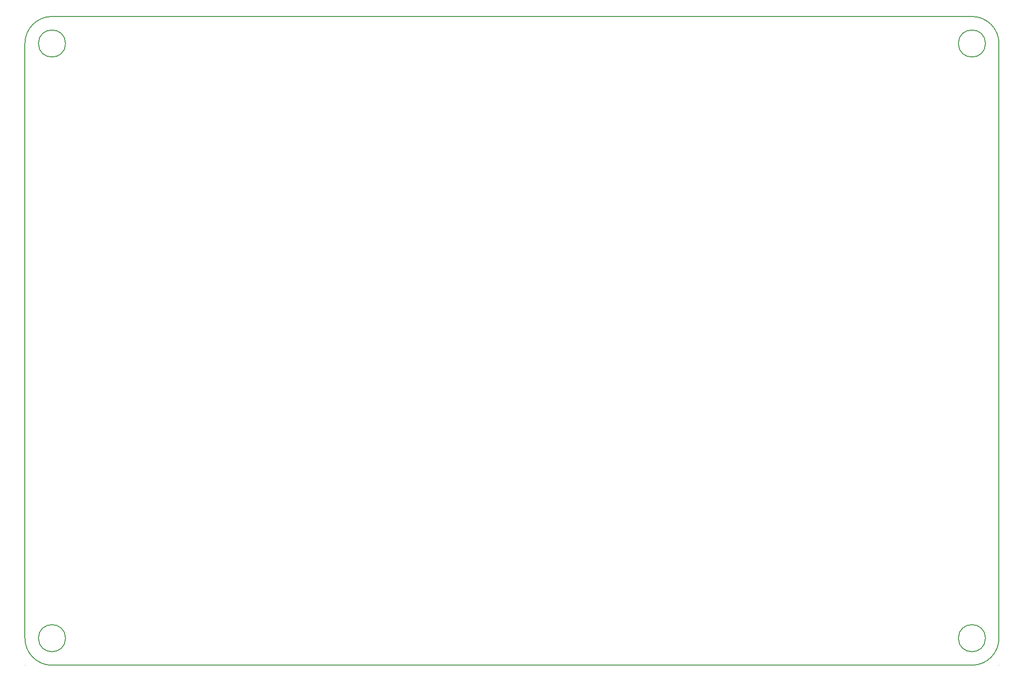
<source format=gbr>
%TF.GenerationSoftware,KiCad,Pcbnew,7.0.8*%
%TF.CreationDate,2023-10-25T10:12:33-06:00*%
%TF.ProjectId,GR-LRR-PCB,47522d4c-5252-42d5-9043-422e6b696361,rev?*%
%TF.SameCoordinates,Original*%
%TF.FileFunction,Profile,NP*%
%FSLAX46Y46*%
G04 Gerber Fmt 4.6, Leading zero omitted, Abs format (unit mm)*
G04 Created by KiCad (PCBNEW 7.0.8) date 2023-10-25 10:12:33*
%MOMM*%
%LPD*%
G01*
G04 APERTURE LIST*
%TA.AperFunction,Profile*%
%ADD10C,0.200000*%
%TD*%
%TA.AperFunction,Profile*%
%ADD11C,0.010050*%
%TD*%
G04 APERTURE END LIST*
D10*
X61785600Y-146765800D02*
X61785600Y-36765800D01*
X69285600Y-146765800D02*
G75*
G03*
X69285600Y-146765800I-2500000J0D01*
G01*
X61785600Y-146765800D02*
G75*
G03*
X66785600Y-151765800I5000000J0D01*
G01*
X66785600Y-31765800D02*
G75*
G03*
X61785600Y-36765800I0J-5000000D01*
G01*
D11*
X241790625Y-151765800D02*
G75*
G03*
X241790625Y-151765800I-5025J0D01*
G01*
D10*
X241785600Y-36765800D02*
G75*
G03*
X236785600Y-31765800I-5000000J0D01*
G01*
X239285600Y-36765800D02*
G75*
G03*
X239285600Y-36765800I-2500000J0D01*
G01*
X239285600Y-146765800D02*
G75*
G03*
X239285600Y-146765800I-2500000J0D01*
G01*
X241785600Y-146765800D02*
X241785600Y-36765800D01*
X69285600Y-36765800D02*
G75*
G03*
X69285600Y-36765800I-2500000J0D01*
G01*
X66785600Y-151765800D02*
X236785600Y-151765800D01*
D11*
X61790625Y-151765800D02*
G75*
G03*
X61790625Y-151765800I-5025J0D01*
G01*
D10*
X66785600Y-31765800D02*
X236785600Y-31765800D01*
X236785600Y-151765800D02*
G75*
G03*
X241785600Y-146765800I0J5000000D01*
G01*
D11*
X61790625Y-31765800D02*
G75*
G03*
X61790625Y-31765800I-5025J0D01*
G01*
M02*

</source>
